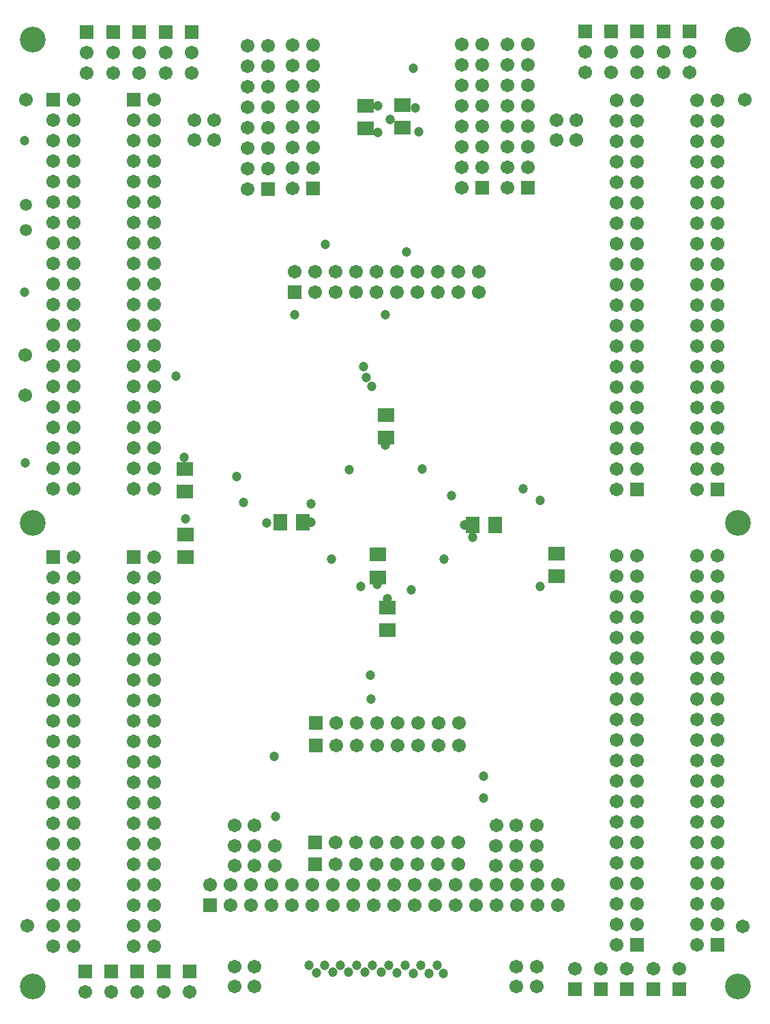
<source format=gbs>
%FSLAX43Y43*%
%MOMM*%
G71*
G01*
G75*
%ADD10C,0.300*%
%ADD11C,0.075*%
%ADD12R,1.800X1.600*%
%ADD13R,0.300X1.650*%
%ADD14R,0.300X1.650*%
%ADD15R,1.600X1.800*%
%ADD16R,2.700X2.500*%
%ADD17O,1.500X0.400*%
%ADD18R,1.500X0.400*%
%ADD19R,0.300X1.500*%
%ADD20R,3.000X4.000*%
%ADD21C,0.254*%
%ADD22C,1.300*%
%ADD23C,1.500*%
%ADD24R,1.500X1.500*%
%ADD25C,3.000*%
%ADD26C,1.000*%
%ADD27R,2.003X1.803*%
%ADD28R,0.503X1.853*%
%ADD29R,0.503X1.853*%
%ADD30R,1.803X2.003*%
%ADD31R,2.903X2.703*%
%ADD32O,1.703X0.603*%
%ADD33R,1.703X0.603*%
%ADD34R,0.503X1.703*%
%ADD35R,3.203X4.203*%
%ADD36C,1.503*%
%ADD37C,1.703*%
%ADD38R,1.703X1.703*%
%ADD39C,3.203*%
%ADD40C,1.203*%
D27*
X46506Y46712D02*
D03*
X46506Y49512D02*
D03*
X46293Y73387D02*
D03*
Y70587D02*
D03*
X67493Y56188D02*
D03*
X45293Y56087D02*
D03*
X21393Y63888D02*
D03*
Y66688D02*
D03*
X21407Y58612D02*
D03*
X21407Y55812D02*
D03*
X45293Y53287D02*
D03*
X67493Y53388D02*
D03*
X48396Y111836D02*
D03*
X43793Y108988D02*
D03*
X48396Y109036D02*
D03*
X43793Y111788D02*
D03*
D30*
X33212Y60093D02*
D03*
X36012Y60093D02*
D03*
X59887Y59807D02*
D03*
X57087Y59807D02*
D03*
D36*
X1600Y96350D02*
D03*
Y99450D02*
D03*
D37*
X50199Y20402D02*
D03*
X47659D02*
D03*
X40039D02*
D03*
X50199Y17702D02*
D03*
X40039D02*
D03*
X50325Y35210D02*
D03*
X42705D02*
D03*
X40165D02*
D03*
X52865D02*
D03*
X50299Y32402D02*
D03*
X42679Y32402D02*
D03*
X40139Y32402D02*
D03*
X52839D02*
D03*
X57860Y91140D02*
D03*
X55320D02*
D03*
X52780D02*
D03*
X50240D02*
D03*
X47700D02*
D03*
X45160D02*
D03*
X42620D02*
D03*
X40080D02*
D03*
X37540D02*
D03*
Y88600D02*
D03*
X35000Y91140D02*
D03*
X82739Y4710D02*
D03*
X79491D02*
D03*
X76243D02*
D03*
X72995D02*
D03*
X69747D02*
D03*
X8954Y1865D02*
D03*
X12202D02*
D03*
X15450D02*
D03*
X18698D02*
D03*
X21946D02*
D03*
X71024Y118443D02*
D03*
Y115903D02*
D03*
X74272Y118443D02*
D03*
X74272Y115903D02*
D03*
X77520Y118443D02*
D03*
X77520Y115903D02*
D03*
X80768Y118443D02*
D03*
Y115903D02*
D03*
X84016Y118443D02*
D03*
X84016Y115903D02*
D03*
X9203Y118393D02*
D03*
X9203Y115853D02*
D03*
X12451Y118393D02*
D03*
Y115853D02*
D03*
X15699Y118393D02*
D03*
Y115853D02*
D03*
X18947Y118393D02*
D03*
X18947Y115853D02*
D03*
X22195Y118393D02*
D03*
Y115853D02*
D03*
X55379Y32402D02*
D03*
X45219D02*
D03*
X47759D02*
D03*
X55405Y35210D02*
D03*
X45245D02*
D03*
X47785Y35210D02*
D03*
X55279Y17702D02*
D03*
X52739D02*
D03*
X42579D02*
D03*
X45119D02*
D03*
X47659Y17702D02*
D03*
X55279Y20402D02*
D03*
X52739Y20402D02*
D03*
X42579D02*
D03*
X45119Y20402D02*
D03*
X40080Y88600D02*
D03*
X42620D02*
D03*
X45160D02*
D03*
X47700D02*
D03*
X50240D02*
D03*
X52780D02*
D03*
X55320D02*
D03*
X57860D02*
D03*
X29160Y101400D02*
D03*
X31700Y103940D02*
D03*
X29160D02*
D03*
X31700Y106480D02*
D03*
X29160D02*
D03*
X31700Y109020D02*
D03*
X29160D02*
D03*
X31700Y111560D02*
D03*
X29160D02*
D03*
X31700Y114100D02*
D03*
X29160D02*
D03*
X31700Y116640D02*
D03*
X29160D02*
D03*
X31700Y119180D02*
D03*
X29160D02*
D03*
X61360Y101625D02*
D03*
X63900Y104165D02*
D03*
X61360D02*
D03*
X63900Y106705D02*
D03*
X61360D02*
D03*
X63900Y109245D02*
D03*
X61360D02*
D03*
X63900Y111785D02*
D03*
X61360D02*
D03*
X63900Y114325D02*
D03*
X61360D02*
D03*
X63900Y116865D02*
D03*
X61360D02*
D03*
X63900Y119405D02*
D03*
X61360D02*
D03*
X55735D02*
D03*
X58275Y119405D02*
D03*
X55735Y116865D02*
D03*
X58275Y116865D02*
D03*
X55735Y114325D02*
D03*
X58275Y114325D02*
D03*
X55735Y111785D02*
D03*
X58275D02*
D03*
X55735Y109245D02*
D03*
X58275D02*
D03*
X55735Y106705D02*
D03*
X58275D02*
D03*
X55735Y104165D02*
D03*
X58275D02*
D03*
X55735Y101625D02*
D03*
X34735Y119280D02*
D03*
X37275D02*
D03*
X34735Y116740D02*
D03*
X37275Y116740D02*
D03*
X34735Y114200D02*
D03*
X37275D02*
D03*
X34735Y111660D02*
D03*
X37275D02*
D03*
X34735Y109120D02*
D03*
X37275D02*
D03*
X34735Y106580D02*
D03*
X37275D02*
D03*
X34735Y104040D02*
D03*
X37275D02*
D03*
X34735Y101500D02*
D03*
X74960Y107380D02*
D03*
X77500Y92140D02*
D03*
Y79440D02*
D03*
X84960Y55960D02*
D03*
X87500Y40720D02*
D03*
X84960Y25480D02*
D03*
X17540Y12620D02*
D03*
Y25320D02*
D03*
Y38020D02*
D03*
X15000Y53260D02*
D03*
Y66780D02*
D03*
X17540Y71860D02*
D03*
X15000Y87100D02*
D03*
X84960Y107380D02*
D03*
X87500Y92140D02*
D03*
Y79440D02*
D03*
X74960Y55960D02*
D03*
X77500Y40720D02*
D03*
X74960Y25480D02*
D03*
X7540Y12620D02*
D03*
X7540Y25320D02*
D03*
X7540Y38020D02*
D03*
X5000Y53260D02*
D03*
Y66780D02*
D03*
X7540Y71860D02*
D03*
X5000Y87100D02*
D03*
X84960Y38180D02*
D03*
X1538Y80845D02*
D03*
Y75845D02*
D03*
X17540Y112500D02*
D03*
X15000Y109960D02*
D03*
X17540D02*
D03*
X15000Y107420D02*
D03*
X17540D02*
D03*
X15000Y104880D02*
D03*
X17540D02*
D03*
X15000Y102340D02*
D03*
X17540Y102340D02*
D03*
X15000Y99800D02*
D03*
X17540Y99800D02*
D03*
X15000Y97260D02*
D03*
X17540D02*
D03*
X15000Y94720D02*
D03*
X17540D02*
D03*
X15000Y92180D02*
D03*
X17540D02*
D03*
X15000Y89640D02*
D03*
X17540D02*
D03*
X17540Y87100D02*
D03*
X15000Y84560D02*
D03*
X17540D02*
D03*
X15000Y82020D02*
D03*
X17540D02*
D03*
X15000Y79480D02*
D03*
X17540D02*
D03*
X15000Y76940D02*
D03*
X17540Y76940D02*
D03*
X15000Y74400D02*
D03*
X17540D02*
D03*
X15000Y71860D02*
D03*
X17540Y69320D02*
D03*
X17540Y66780D02*
D03*
X15000Y64240D02*
D03*
X17540D02*
D03*
X7540Y112500D02*
D03*
X5000Y109960D02*
D03*
X7540D02*
D03*
X5000Y107420D02*
D03*
X7540Y107420D02*
D03*
X5000Y104880D02*
D03*
X7540D02*
D03*
X5000Y102340D02*
D03*
X7540D02*
D03*
X5000Y99800D02*
D03*
X7540D02*
D03*
X5000Y97260D02*
D03*
X7540D02*
D03*
X5000Y94720D02*
D03*
X7540Y94720D02*
D03*
X5000Y92180D02*
D03*
X7540D02*
D03*
X5000Y89640D02*
D03*
X7540D02*
D03*
Y87100D02*
D03*
X5000Y84560D02*
D03*
X7540Y84560D02*
D03*
X5000Y82020D02*
D03*
X7540Y82020D02*
D03*
X5000Y79480D02*
D03*
X7540D02*
D03*
X5000Y76940D02*
D03*
X7540D02*
D03*
X5000Y74400D02*
D03*
X7540D02*
D03*
X5000Y71860D02*
D03*
X7540Y69320D02*
D03*
Y66780D02*
D03*
X5000Y64240D02*
D03*
X7540D02*
D03*
X17540Y55800D02*
D03*
Y53260D02*
D03*
X15000Y50720D02*
D03*
X17540D02*
D03*
X15000Y48180D02*
D03*
X17540D02*
D03*
X15000Y45640D02*
D03*
X17540Y45640D02*
D03*
X15000Y43100D02*
D03*
X17540D02*
D03*
X15000Y40560D02*
D03*
X17540Y40560D02*
D03*
X15000Y38020D02*
D03*
Y35480D02*
D03*
X17540Y35480D02*
D03*
X15000Y32940D02*
D03*
X17540Y32940D02*
D03*
X15000Y30400D02*
D03*
X17540D02*
D03*
X15000Y27860D02*
D03*
X17540Y27860D02*
D03*
X15000Y22780D02*
D03*
X17540D02*
D03*
X15000Y20240D02*
D03*
X17540D02*
D03*
X15000Y17700D02*
D03*
X17540Y17700D02*
D03*
X15000Y15160D02*
D03*
X17540D02*
D03*
X15000Y12620D02*
D03*
Y10080D02*
D03*
X17540Y10080D02*
D03*
X15000Y7540D02*
D03*
X17540D02*
D03*
X7540Y55800D02*
D03*
Y53260D02*
D03*
X5000Y50720D02*
D03*
X7540Y50720D02*
D03*
X5000Y48180D02*
D03*
X7540D02*
D03*
X5000Y45640D02*
D03*
X7540D02*
D03*
X5000Y43100D02*
D03*
X7540D02*
D03*
X5000Y40560D02*
D03*
X7540D02*
D03*
X5000Y38020D02*
D03*
Y35480D02*
D03*
X7540D02*
D03*
X5000Y32940D02*
D03*
X7540D02*
D03*
X5000Y30400D02*
D03*
X7540D02*
D03*
X5000Y27860D02*
D03*
X7540Y27860D02*
D03*
X5000Y22780D02*
D03*
X7540D02*
D03*
X5000Y20240D02*
D03*
X7540D02*
D03*
X5000Y17700D02*
D03*
X7540D02*
D03*
X5000Y15160D02*
D03*
X7540Y15160D02*
D03*
X5000Y12620D02*
D03*
Y10080D02*
D03*
X7540D02*
D03*
X5000Y7540D02*
D03*
X7540D02*
D03*
X5000Y25320D02*
D03*
X15000D02*
D03*
X5000Y69320D02*
D03*
X15000D02*
D03*
X74960Y64200D02*
D03*
X77500Y66740D02*
D03*
X74960D02*
D03*
X77500Y69280D02*
D03*
X74960D02*
D03*
X77500Y71820D02*
D03*
X74960D02*
D03*
X77500Y74360D02*
D03*
X74960D02*
D03*
X77500Y76900D02*
D03*
X74960Y79440D02*
D03*
X77500Y81980D02*
D03*
X74960D02*
D03*
X77500Y84520D02*
D03*
X74960D02*
D03*
X77500Y87060D02*
D03*
X74960D02*
D03*
X77500Y89600D02*
D03*
X74960Y92140D02*
D03*
X77500Y94680D02*
D03*
X74960D02*
D03*
X77500Y97220D02*
D03*
X74960D02*
D03*
X77500Y99760D02*
D03*
X74960D02*
D03*
X77500Y102300D02*
D03*
X74960D02*
D03*
X77500Y104840D02*
D03*
X74960D02*
D03*
X77500Y107380D02*
D03*
Y109920D02*
D03*
X74960D02*
D03*
X77500Y112460D02*
D03*
X74960D02*
D03*
Y76900D02*
D03*
Y89600D02*
D03*
X84960Y64200D02*
D03*
X87500Y66740D02*
D03*
X84960D02*
D03*
X87500Y69280D02*
D03*
X84960D02*
D03*
X87500Y71820D02*
D03*
X84960D02*
D03*
X87500Y74360D02*
D03*
X84960D02*
D03*
X87500Y76900D02*
D03*
X84960Y79440D02*
D03*
X87500Y81980D02*
D03*
X84960D02*
D03*
X87500Y84520D02*
D03*
X84960D02*
D03*
X87500Y87060D02*
D03*
X84960D02*
D03*
X87500Y89600D02*
D03*
X84960Y92140D02*
D03*
X87500Y94680D02*
D03*
X84960D02*
D03*
X87500Y97220D02*
D03*
X84960D02*
D03*
X87500Y99760D02*
D03*
X84960D02*
D03*
X87500Y102300D02*
D03*
X84960D02*
D03*
X87500Y104840D02*
D03*
X84960D02*
D03*
X87500Y107380D02*
D03*
Y109920D02*
D03*
X84960D02*
D03*
X87500Y112460D02*
D03*
X84960D02*
D03*
Y76900D02*
D03*
Y89600D02*
D03*
X74975Y38175D02*
D03*
X74960Y7700D02*
D03*
X77500Y10240D02*
D03*
X74960D02*
D03*
X77500Y12780D02*
D03*
X74960D02*
D03*
X77500Y15320D02*
D03*
X74960D02*
D03*
X77500Y17860D02*
D03*
X74960D02*
D03*
X77500Y20400D02*
D03*
X74960D02*
D03*
X77500Y22940D02*
D03*
X74960D02*
D03*
X77500Y28020D02*
D03*
X74960D02*
D03*
X77500Y30560D02*
D03*
X74960D02*
D03*
X77500Y33100D02*
D03*
X74960D02*
D03*
X77500Y35640D02*
D03*
X74960D02*
D03*
X77500Y38180D02*
D03*
X74960Y40720D02*
D03*
X77500Y43260D02*
D03*
X74960D02*
D03*
X77500Y45800D02*
D03*
X74960D02*
D03*
X77500Y48340D02*
D03*
X74960D02*
D03*
X77500Y50880D02*
D03*
X74960D02*
D03*
X77500Y53420D02*
D03*
X74960D02*
D03*
X77500Y25480D02*
D03*
Y55960D02*
D03*
X84960Y7700D02*
D03*
X87500Y10240D02*
D03*
X84960D02*
D03*
X87500Y12780D02*
D03*
X84960Y12780D02*
D03*
X87500Y15320D02*
D03*
X84960D02*
D03*
X87500Y17860D02*
D03*
X84960D02*
D03*
X87500Y20400D02*
D03*
X84960D02*
D03*
X87500Y22940D02*
D03*
X84960D02*
D03*
X87500Y28020D02*
D03*
X84960D02*
D03*
X87500Y30560D02*
D03*
X84960D02*
D03*
X87500Y33100D02*
D03*
X84960D02*
D03*
X87500Y35640D02*
D03*
X84960Y35640D02*
D03*
X87500Y38180D02*
D03*
X84960Y40720D02*
D03*
X87500Y43260D02*
D03*
X84960D02*
D03*
X87500Y45800D02*
D03*
X84960D02*
D03*
X87500Y48340D02*
D03*
X84960Y48340D02*
D03*
X87500Y50880D02*
D03*
X84960D02*
D03*
X87500Y53420D02*
D03*
X84960D02*
D03*
X87500Y25480D02*
D03*
Y55960D02*
D03*
X67655Y15140D02*
D03*
Y12600D02*
D03*
X65115Y15140D02*
D03*
X65115Y12600D02*
D03*
X62575Y15140D02*
D03*
Y12600D02*
D03*
X60035Y15140D02*
D03*
Y12600D02*
D03*
X57495Y15140D02*
D03*
Y12600D02*
D03*
X54955Y15140D02*
D03*
X54955Y12600D02*
D03*
X52415Y15140D02*
D03*
X52415Y12600D02*
D03*
X49875Y15140D02*
D03*
Y12600D02*
D03*
X47335Y15140D02*
D03*
Y12600D02*
D03*
X44795Y15140D02*
D03*
Y12600D02*
D03*
X42255Y15140D02*
D03*
X42255Y12600D02*
D03*
X39715Y15140D02*
D03*
Y12600D02*
D03*
X37175Y15140D02*
D03*
Y12600D02*
D03*
X34635Y15140D02*
D03*
Y12600D02*
D03*
X32095Y15140D02*
D03*
Y12600D02*
D03*
X29555Y15140D02*
D03*
X29555Y12600D02*
D03*
X27015Y15140D02*
D03*
Y12600D02*
D03*
X24475Y15140D02*
D03*
X27500Y22500D02*
D03*
X30000D02*
D03*
X27500Y20000D02*
D03*
X30000D02*
D03*
X27500Y17500D02*
D03*
X30000Y17500D02*
D03*
X32500Y17500D02*
D03*
X32500Y20000D02*
D03*
X60000Y17500D02*
D03*
X62500Y17500D02*
D03*
X65000Y17500D02*
D03*
X60000Y20000D02*
D03*
X62500D02*
D03*
X65000D02*
D03*
X60025Y22500D02*
D03*
X62500Y22500D02*
D03*
X65000Y22500D02*
D03*
X27500Y5000D02*
D03*
X30000Y5000D02*
D03*
Y2500D02*
D03*
X27500Y2500D02*
D03*
X90600Y10000D02*
D03*
X1825Y10025D02*
D03*
X90900Y112500D02*
D03*
X1650D02*
D03*
X67475Y107500D02*
D03*
X69975Y107500D02*
D03*
Y110000D02*
D03*
X67475Y110000D02*
D03*
X22500Y107500D02*
D03*
X25000Y107500D02*
D03*
Y110000D02*
D03*
X22500Y110000D02*
D03*
X62500Y2500D02*
D03*
X65000Y2500D02*
D03*
Y5000D02*
D03*
X62500Y5000D02*
D03*
D38*
X37625Y35210D02*
D03*
X37599Y32402D02*
D03*
X35000Y88600D02*
D03*
X82739Y2170D02*
D03*
X79491D02*
D03*
X76243D02*
D03*
X72995D02*
D03*
X69747D02*
D03*
X8954Y4405D02*
D03*
X12202D02*
D03*
X15450D02*
D03*
X18698D02*
D03*
X21946D02*
D03*
X71024Y120983D02*
D03*
X74272D02*
D03*
X77520D02*
D03*
X80768D02*
D03*
X84016D02*
D03*
X9203Y120933D02*
D03*
X12451D02*
D03*
X15699Y120933D02*
D03*
X18947Y120933D02*
D03*
X22195D02*
D03*
X37499Y17702D02*
D03*
Y20402D02*
D03*
X31700Y101400D02*
D03*
X63900Y101625D02*
D03*
X58275D02*
D03*
X37275Y101500D02*
D03*
X15000Y112500D02*
D03*
X5000D02*
D03*
X15000Y55800D02*
D03*
X5000D02*
D03*
X77500Y64200D02*
D03*
X87500D02*
D03*
X77500Y7700D02*
D03*
X87500D02*
D03*
X24475Y12600D02*
D03*
D39*
X90000Y120000D02*
D03*
Y60000D02*
D03*
Y2500D02*
D03*
X2500D02*
D03*
Y60000D02*
D03*
Y120000D02*
D03*
D40*
X39550Y55550D02*
D03*
X43225Y52125D02*
D03*
X49500Y51697D02*
D03*
X53500Y55500D02*
D03*
X54500Y63400D02*
D03*
X50850Y66750D02*
D03*
X41725Y66600D02*
D03*
X38800Y94600D02*
D03*
X44525Y76975D02*
D03*
X63350Y64225D02*
D03*
X43850Y78050D02*
D03*
X43575Y79425D02*
D03*
X65450Y52125D02*
D03*
X65425Y62825D02*
D03*
X48900Y93650D02*
D03*
X20275Y78200D02*
D03*
X46250Y85875D02*
D03*
X35000D02*
D03*
X31500Y60025D02*
D03*
X37025Y62400D02*
D03*
X36975Y60125D02*
D03*
X46475Y50662D02*
D03*
X56075Y59800D02*
D03*
X57050Y58200D02*
D03*
X46275Y69675D02*
D03*
X67493Y53388D02*
D03*
X45250Y52400D02*
D03*
X32450Y31075D02*
D03*
X32600Y23650D02*
D03*
X58400Y28625D02*
D03*
Y25900D02*
D03*
X44400Y41100D02*
D03*
X28600Y62600D02*
D03*
X27750Y65800D02*
D03*
X21275Y68125D02*
D03*
X21407Y60550D02*
D03*
X1493Y88600D02*
D03*
X1450Y107450D02*
D03*
X1575Y67450D02*
D03*
X44450Y38175D02*
D03*
X45275Y108450D02*
D03*
Y111775D02*
D03*
X46877Y110098D02*
D03*
X50375Y108575D02*
D03*
X50000Y111500D02*
D03*
X49725Y116375D02*
D03*
X47700Y4225D02*
D03*
X46700Y5125D02*
D03*
X45700Y4275D02*
D03*
X44675Y5125D02*
D03*
X48700Y5125D02*
D03*
X49675Y4175D02*
D03*
X50675Y5125D02*
D03*
X51700Y4125D02*
D03*
X52700Y5150D02*
D03*
X53425Y4100D02*
D03*
X43675Y4275D02*
D03*
X42675Y5125D02*
D03*
X41700Y4275D02*
D03*
X40700Y5125D02*
D03*
X39700Y4275D02*
D03*
X38725Y5125D02*
D03*
X37725Y4200D02*
D03*
X36725Y5125D02*
D03*
M02*

</source>
